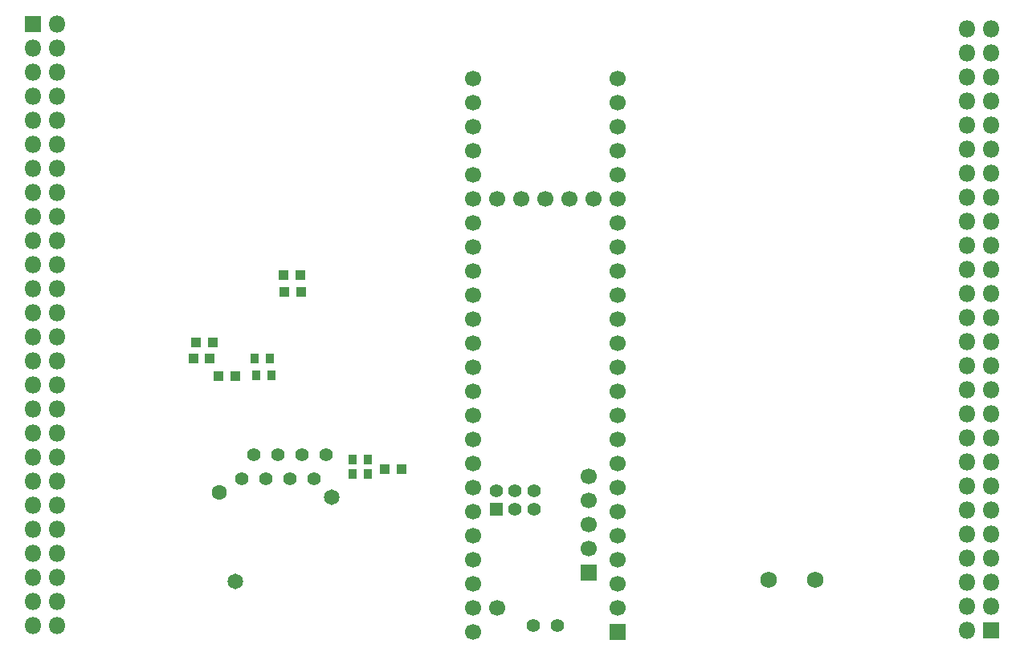
<source format=gbr>
%TF.GenerationSoftware,KiCad,Pcbnew,(5.1.6)-1*%
%TF.CreationDate,2020-08-15T20:42:22+02:00*%
%TF.ProjectId,teensypcbn,7465656e-7379-4706-9362-6e2e6b696361,rev?*%
%TF.SameCoordinates,Original*%
%TF.FileFunction,Soldermask,Bot*%
%TF.FilePolarity,Negative*%
%FSLAX46Y46*%
G04 Gerber Fmt 4.6, Leading zero omitted, Abs format (unit mm)*
G04 Created by KiCad (PCBNEW (5.1.6)-1) date 2020-08-15 20:42:22*
%MOMM*%
%LPD*%
G01*
G04 APERTURE LIST*
%ADD10R,1.095000X1.100000*%
%ADD11R,1.800000X1.800000*%
%ADD12O,1.800000X1.800000*%
%ADD13C,1.750000*%
%ADD14C,1.400000*%
%ADD15C,1.600000*%
%ADD16C,1.650000*%
%ADD17R,0.920000X1.100000*%
%ADD18C,1.700000*%
%ADD19R,1.700000X1.700000*%
%ADD20R,1.400000X1.400000*%
G04 APERTURE END LIST*
D10*
%TO.C,C1*%
X150382500Y-85480000D03*
X152157500Y-85480000D03*
%TD*%
%TO.C,C2*%
X152252501Y-87234999D03*
X150477501Y-87234999D03*
%TD*%
%TO.C,C3*%
X142667500Y-94270000D03*
X140892500Y-94270000D03*
%TD*%
%TO.C,C4*%
X141187501Y-92574999D03*
X142962501Y-92574999D03*
%TD*%
%TO.C,C5*%
X145297500Y-96190000D03*
X143522500Y-96190000D03*
%TD*%
%TO.C,C6*%
X162887500Y-106000000D03*
X161112500Y-106000000D03*
%TD*%
D11*
%TO.C,J1*%
X225000000Y-123000000D03*
D12*
X222460000Y-123000000D03*
X225000000Y-120460000D03*
X222460000Y-120460000D03*
X225000000Y-117920000D03*
X222460000Y-117920000D03*
X225000000Y-115380000D03*
X222460000Y-115380000D03*
X225000000Y-112840000D03*
X222460000Y-112840000D03*
X225000000Y-110300000D03*
X222460000Y-110300000D03*
X225000000Y-107760000D03*
X222460000Y-107760000D03*
X225000000Y-105220000D03*
X222460000Y-105220000D03*
X225000000Y-102680000D03*
X222460000Y-102680000D03*
X225000000Y-100140000D03*
X222460000Y-100140000D03*
X225000000Y-97600000D03*
X222460000Y-97600000D03*
X225000000Y-95060000D03*
X222460000Y-95060000D03*
X225000000Y-92520000D03*
X222460000Y-92520000D03*
X225000000Y-89980000D03*
X222460000Y-89980000D03*
X225000000Y-87440000D03*
X222460000Y-87440000D03*
X225000000Y-84900000D03*
X222460000Y-84900000D03*
X225000000Y-82360000D03*
X222460000Y-82360000D03*
X225000000Y-79820000D03*
X222460000Y-79820000D03*
X225000000Y-77280000D03*
X222460000Y-77280000D03*
X225000000Y-74740000D03*
X222460000Y-74740000D03*
X225000000Y-72200000D03*
X222460000Y-72200000D03*
X225000000Y-69660000D03*
X222460000Y-69660000D03*
X225000000Y-67120000D03*
X222460000Y-67120000D03*
X225000000Y-64580000D03*
X222460000Y-64580000D03*
X225000000Y-62040000D03*
X222460000Y-62040000D03*
X225000000Y-59500000D03*
X222460000Y-59500000D03*
%TD*%
%TO.C,J2*%
X126540000Y-122500000D03*
X124000000Y-122500000D03*
X126540000Y-119960000D03*
X124000000Y-119960000D03*
X126540000Y-117420000D03*
X124000000Y-117420000D03*
X126540000Y-114880000D03*
X124000000Y-114880000D03*
X126540000Y-112340000D03*
X124000000Y-112340000D03*
X126540000Y-109800000D03*
X124000000Y-109800000D03*
X126540000Y-107260000D03*
X124000000Y-107260000D03*
X126540000Y-104720000D03*
X124000000Y-104720000D03*
X126540000Y-102180000D03*
X124000000Y-102180000D03*
X126540000Y-99640000D03*
X124000000Y-99640000D03*
X126540000Y-97100000D03*
X124000000Y-97100000D03*
X126540000Y-94560000D03*
X124000000Y-94560000D03*
X126540000Y-92020000D03*
X124000000Y-92020000D03*
X126540000Y-89480000D03*
X124000000Y-89480000D03*
X126540000Y-86940000D03*
X124000000Y-86940000D03*
X126540000Y-84400000D03*
X124000000Y-84400000D03*
X126540000Y-81860000D03*
X124000000Y-81860000D03*
X126540000Y-79320000D03*
X124000000Y-79320000D03*
X126540000Y-76780000D03*
X124000000Y-76780000D03*
X126540000Y-74240000D03*
X124000000Y-74240000D03*
X126540000Y-71700000D03*
X124000000Y-71700000D03*
X126540000Y-69160000D03*
X124000000Y-69160000D03*
X126540000Y-66620000D03*
X124000000Y-66620000D03*
X126540000Y-64080000D03*
X124000000Y-64080000D03*
X126540000Y-61540000D03*
X124000000Y-61540000D03*
X126540000Y-59000000D03*
D11*
X124000000Y-59000000D03*
%TD*%
D13*
%TO.C,J3*%
X201550000Y-117700000D03*
X206450000Y-117700000D03*
%TD*%
D14*
%TO.C,J4*%
X146000000Y-107000000D03*
X147270000Y-104460000D03*
X148540000Y-107000000D03*
X149810000Y-104460000D03*
X151080000Y-107000000D03*
X152350000Y-104460000D03*
X153620000Y-107000000D03*
X154890000Y-104460000D03*
D15*
X143645000Y-108470000D03*
D16*
X155525000Y-108910000D03*
X145365000Y-117800000D03*
%TD*%
D17*
%TO.C,R1*%
X147510000Y-96060000D03*
X149110000Y-96060000D03*
%TD*%
%TO.C,R2*%
X148940000Y-94320000D03*
X147340000Y-94320000D03*
%TD*%
%TO.C,R3*%
X159300000Y-106500000D03*
X157700000Y-106500000D03*
%TD*%
%TO.C,R4*%
X157700000Y-105000000D03*
X159300000Y-105000000D03*
%TD*%
D18*
%TO.C,U1*%
X172920000Y-120670000D03*
X182569200Y-106750800D03*
X182569200Y-109290800D03*
X182569200Y-111830800D03*
X182569200Y-114370800D03*
D19*
X182569200Y-116910800D03*
D18*
X170380000Y-123210000D03*
X170380000Y-120670000D03*
X170380000Y-118130000D03*
X170380000Y-115590000D03*
X170380000Y-113050000D03*
X170380000Y-110510000D03*
X170380000Y-107970000D03*
X170380000Y-105430000D03*
X170380000Y-102890000D03*
X170380000Y-100350000D03*
X170380000Y-97810000D03*
X170380000Y-95270000D03*
X170380000Y-92730000D03*
X170380000Y-90190000D03*
D19*
X185620000Y-123210000D03*
D18*
X185620000Y-120670000D03*
X185620000Y-118130000D03*
X185620000Y-115590000D03*
X185620000Y-113050000D03*
X185620000Y-110510000D03*
X185620000Y-107970000D03*
X185620000Y-105430000D03*
X185620000Y-102890000D03*
X185620000Y-100350000D03*
X185620000Y-97810000D03*
X185620000Y-95270000D03*
X185620000Y-92730000D03*
X170380000Y-87650000D03*
X170380000Y-85110000D03*
X170380000Y-82570000D03*
X170380000Y-80030000D03*
X170380000Y-77490000D03*
X170380000Y-74950000D03*
X170380000Y-72410000D03*
X170380000Y-69870000D03*
X170380000Y-67330000D03*
X170380000Y-64790000D03*
X185620000Y-64790000D03*
X185620000Y-67330000D03*
X185620000Y-69870000D03*
X185620000Y-72410000D03*
X185620000Y-90190000D03*
X185620000Y-87650000D03*
X185620000Y-85110000D03*
X185620000Y-74950000D03*
X185620000Y-77490000D03*
X185620000Y-80030000D03*
X185620000Y-82570000D03*
D20*
X172818400Y-110240000D03*
D14*
X172818400Y-108240000D03*
X174818400Y-110240000D03*
X174818400Y-108240000D03*
X176818400Y-108240000D03*
X176818400Y-110240000D03*
D18*
X183080000Y-77490000D03*
X180540000Y-77490000D03*
X178000000Y-77490000D03*
X175460000Y-77490000D03*
X172920000Y-77490000D03*
D14*
X179270000Y-122480000D03*
X176730000Y-122480000D03*
%TD*%
M02*

</source>
